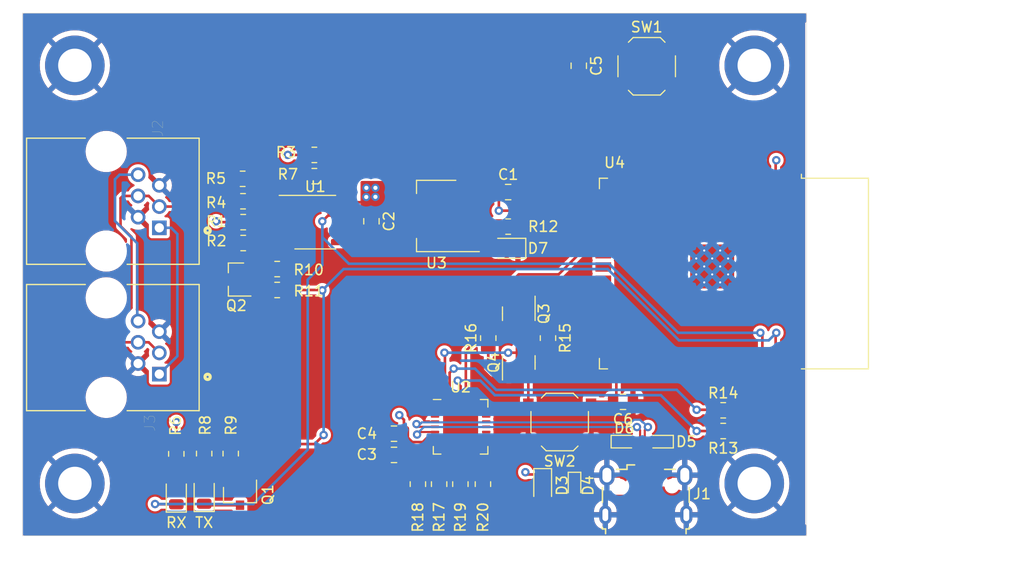
<source format=kicad_pcb>
(kicad_pcb (version 20221018) (generator pcbnew)
  (layers (0 "F.Cu" signal) (1 "In1.Cu" signal) (2 "In2.Cu" signal) (31 "B.Cu" signal) (34 "B.Paste" user) (35 "F.Paste" user) (36 "B.SilkS" user "B.Silkscreen") (37 "F.SilkS" user "F.Silkscreen") (38 "B.Mask" user) (39 "F.Mask" user) (44 "Edge.Cuts" user))
  (net 0 "")
  (net 1 "GND")
  (net 2 "+5V")
  (net 3 "+3.3V")
  (net 4 "Net-(J2-Pad1)")
  (net 5 "/LocoNet/loconet")
  (net 6 "Net-(J2-Pad6)")
  (net 7 "/LnRx")
  (net 8 "Net-(D1-A)")
  (net 9 "Net-(D2-K)")
  (net 10 "Net-(D2-A)")
  (net 11 "VBUS")
  (net 12 "/ESP32 Support HW/USB_DP")
  (net 13 "/ESP32 Support HW/USB_DN")
  (net 14 "Net-(D7-A)")
  (net 16 "Net-(Q1-B)")
  (net 17 "Net-(Q2-B)")
  (net 18 "Net-(Q2-E)")
  (net 19 "Net-(Q3-B)")
  (net 20 "/ESP32 Support HW/RTS")
  (net 21 "Net-(Q4-B)")
  (net 22 "/ESP32 Support HW/DTR")
  (net 23 "Net-(U1--)")
  (net 24 "Net-(U1-+)")
  (net 25 "/LnTx")
  (net 26 "/ESP32 Support HW/RX")
  (net 27 "/ESP32 Support HW/TX")
  (net 28 "Net-(U2-VBUS)")
  (net 29 "Net-(U2-~{RST})")
  (net 30 "Net-(U2-~{SUSPEND})")
  (net 77 "/EN")
  (net 78 "/Io0")
  (net 79 "/TX0")
  (net 80 "/RX0")
  (footprint "LED_SMD:LED_0805_2012Metric" (layer "F.Cu") (at 44.704 116.055 90)
    (fp_text reference "D1" hide)
    (fp_text value "LED")
  )
  (footprint "Connector_USB:USB_Micro-B_Wuerth_629105150521" (layer "F.Cu") (at 89.625 116.05)
    (fp_text reference "J1")
    (fp_text value "USB_B_Micro")
  )
  (footprint "LocoNetInterface:AMPHENOL_RJE0166001" (layer "F.Cu") (at 38 88 -90)
    (fp_text reference "J2")
    (fp_text value "RJ12")
  )
  (footprint "LocoNetInterface:AMPHENOL_RJE0166001" (layer "F.Cu") (at 38 102 -90)
    (fp_text reference "J3")
    (fp_text value "RJ12")
  )
  (footprint "Resistor_SMD:R_0805_2012Metric" (layer "F.Cu") (at 51.1048 89.9978)
    (fp_text reference "R1")
    (fp_text value "10K (5%)")
  )
  (footprint "Resistor_SMD:R_0805_2012Metric" (layer "F.Cu") (at 51.1048 91.9988 180)
    (fp_text reference "R2")
    (fp_text value "22K")
  )
  (footprint "Resistor_SMD:R_0805_2012Metric" (layer "F.Cu") (at 57.912 83.566 180)
    (fp_text reference "R3")
    (fp_text value "1K")
  )
  (footprint "Resistor_SMD:R_0805_2012Metric" (layer "F.Cu") (at 51.0875 88)
    (fp_text reference "R4")
    (fp_text value "47K")
  )
  (footprint "Resistor_SMD:R_0805_2012Metric" (layer "F.Cu") (at 51.054 85.852 180)
    (fp_text reference "R5")
    (fp_text value "150K")
  )
  (footprint "Resistor_SMD:R_0805_2012Metric" (layer "F.Cu") (at 44.704 112.1665 90)
    (fp_text reference "R6")
    (fp_text value "470")
  )
  (footprint "Resistor_SMD:R_0805_2012Metric" (layer "F.Cu") (at 57.9125 85.598 180)
    (fp_text reference "R7")
    (fp_text value "220K")
  )
  (footprint "Resistor_SMD:R_0805_2012Metric" (layer "F.Cu") (at 47.371 112.141 90)
    (fp_text reference "R8")
    (fp_text value "470")
  )
  (footprint "Resistor_SMD:R_0805_2012Metric" (layer "F.Cu") (at 49.911 112.141 -90)
    (fp_text reference "R9")
    (fp_text value "4.7K")
  )
  (footprint "Resistor_SMD:R_0805_2012Metric" (layer "F.Cu") (at 54.356 94.488 180)
    (fp_text reference "R10")
    (fp_text value "47")
  )
  (footprint "Resistor_SMD:R_0805_2012Metric" (layer "F.Cu") (at 54.356 96.488 180)
    (fp_text reference "R11")
    (fp_text value "4.7K")
  )
  (footprint "Button_Switch_SMD:SW_Push_1P1T_XKB_TS-1187A" (layer "F.Cu") (at 89.71 75.087)
    (fp_text reference "SW1")
    (fp_text value "SW_Push")
  )
  (footprint "Package_SO:SOIC-8_3.9x4.9mm_P1.27mm" (layer "F.Cu") (at 58 90)
    (fp_text reference "U1")
    (fp_text value "LM311")
  )
  (footprint "MountingHole:MountingHole_3.2mm_M3_ISO7380_Pad" (layer "F.Cu") (at 35 75)
    (fp_text reference "H1" hide)
    (fp_text value "MountingHole_Pad")
  )
  (footprint "MountingHole:MountingHole_3.2mm_M3_ISO7380_Pad" (layer "F.Cu") (at 35 115)
    (fp_text reference "H2" hide)
    (fp_text value "MountingHole_Pad")
  )
  (footprint "MountingHole:MountingHole_3.2mm_M3_ISO7380_Pad" (layer "F.Cu") (at 100 115)
    (fp_text reference "H3" hide)
    (fp_text value "MountingHole_Pad")
  )
  (footprint "MountingHole:MountingHole_3.2mm_M3_ISO7380_Pad" (layer "F.Cu") (at 100 75)
    (fp_text reference "H4" hide)
    (fp_text value "MountingHole_Pad")
  )
  (footprint "LED_SMD:LED_0805_2012Metric" (layer "F.Cu") (at 47.371 115.9995 90)
    (fp_text reference "D2" hide)
    (fp_text value "LED")
  )
  (footprint "Package_TO_SOT_SMD:SOT-23" (layer "F.Cu") (at 50.8 116.078 -90)
    (fp_text reference "Q1")
    (fp_text value "2N3904")
  )
  (footprint "Package_TO_SOT_SMD:SOT-23" (layer "F.Cu") (at 50.4435 95.488 180)
    (fp_text reference "Q2")
    (fp_text value "2N3904")
  )
  (footprint "Package_TO_SOT_SMD:SOT-223-3_TabPin2" (layer "F.Cu") (at 69.596 89.408 180)
    (fp_text reference "U3")
    (fp_text value "AMS1117-3.3")
  )
  (footprint "Resistor_SMD:R_0805_2012Metric" (layer "F.Cu") (at 76.454 90.424 180)
    (fp_text reference "R12")
    (fp_text value "2K 5%")
  )
  (footprint "Capacitor_SMD:C_0805_2012Metric" (layer "F.Cu") (at 76.454 87.122)
    (fp_text reference "C1")
    (fp_text value "22uf/10V/20%")
  )
  (footprint "Resistor_SMD:R_0805_2012Metric" (layer "F.Cu") (at 97.028 109.982 180)
    (fp_text reference "R13")
    (fp_text value "0 (5%)")
  )
  (footprint "Package_TO_SOT_SMD:SOT-23" (layer "F.Cu") (at 77.47 103.4265 90)
    (fp_text reference "Q4")
    (fp_text value "SS8050-G")
  )
  (footprint "Capacitor_SMD:C_0805_2012Metric" (layer "F.Cu") (at 83.21 75.037 -90)
    (fp_text reference "C5")
    (fp_text value "0.1uF/50V(10%)")
  )
  (footprint "Resistor_SMD:R_0805_2012Metric" (layer "F.Cu") (at 80.264 101.092 -90)
    (fp_text reference "R15")
    (fp_text value "10K (5%)")
  )
  (footprint "Resistor_SMD:R_0805_2012Metric" (layer "F.Cu") (at 69.85 115.062 -90)
    (fp_text reference "R17")
    (fp_text value "22K1 (5%)")
  )
  (footprint "Resistor_SMD:R_0805_2012Metric" (layer "F.Cu") (at 74.041 115.062 90)
    (fp_text reference "R20")
    (fp_text value "10K (5%)")
  )
  (footprint "Capacitor_SMD:C_0805_2012Metric" (layer "F.Cu") (at 63.373 89.916 -90)
    (fp_text reference "C2")
    (fp_text value "22uf/10V/20%")
  )
  (footprint "RF_Module:ESP32-WROOM-32" (layer "F.Cu") (at 95.065 94.9175 -90)
    (fp_text reference "U4")
    (fp_text value "ESP32-WROOM-32")
  )
  (footprint "Resistor_SMD:R_0805_2012Metric" (layer "F.Cu") (at 97.028 108)
    (fp_text reference "R14")
    (fp_text value "0 (5%)")
  )
  (footprint "Resistor_SMD:R_0805_2012Metric" (layer "F.Cu") (at 67.818 115.062 90)
    (fp_text reference "R18")
    (fp_text value "47K5 (5%)")
  )
  (footprint "Package_TO_SOT_SMD:SOT-23" (layer "F.Cu") (at 77.47 98.7575 -90)
    (fp_text reference "Q3")
    (fp_text value "SS8050-G")
  )
  (footprint "Package_DFN_QFN:QFN-28-1EP_5x5mm_P0.5mm_EP3.35x3.35mm" (layer "F.Cu") (at 71.905 109.578)
    (fp_text reference "U2")
    (fp_text value "CP2102N-A01-GQFN28")
  )
  (footprint "Diode_SMD:D_SOD-323" (layer "F.Cu") (at 79.756 115.189 -90)
    (fp_text reference "D3")
    (fp_text value "BAT760-7")
  )
  (footprint "Resistor_SMD:R_0805_2012Metric" (layer "F.Cu") (at 71.882 115.062 90)
    (fp_text reference "R19")
    (fp_text value "2K 5%")
  )
  (footprint "Capacitor_SMD:C_0805_2012Metric" (layer "F.Cu") (at 65.532 110.236)
    (fp_text reference "C4")
    (fp_text value " 0.1uF/50V(10%)")
  )
  (footprint "Resistor_SMD:R_0805_2012Metric" (layer "F.Cu") (at 74.549 101.092 90)
    (fp_text reference "R16")
    (fp_text value "10K (5%)")
  )
  (footprint "Capacitor_SMD:C_0805_2012Metric" (layer "F.Cu") (at 87.442 107.188 180)
    (fp_text reference "C6")
    (fp_text value "0.1uF/50V(10%)")
  )
  (footprint "Diode_SMD:D_SOD-523" (layer "F.Cu") (at 90.997 111 180)
    (fp_text reference "D5")
    (fp_text value "LESD5D5.0CT1G")
  )
  (footprint "Button_Switch_SMD:SW_Push_1P1T_XKB_TS-1187A" (layer "F.Cu") (at 81.384 109.12 180)
    (fp_text reference "SW2")
    (fp_text value "SW_Push")
  )
  (footprint "Diode_SMD:D_SOD-523" (layer "F.Cu") (at 87.565 110.998)
    (fp_text reference "D6")
    (fp_text value "LESD5D5.0CT1G")
  )
  (footprint "LED_SMD:LED_0805_2012Metric" (layer "F.Cu") (at 76.454 92.5068 180)
    (fp_text reference "D7")
    (fp_text value "Red")
  )
  (footprint "Capacitor_SMD:C_0805_2012Metric" (layer "F.Cu") (at 65.532 112.268)
    (fp_text reference "C3")
    (fp_text value "4.7uF/6.3V(10%)")
  )
  (footprint "Diode_SMD:D_SOD-523" (layer "F.Cu") (at 82.804 115.189 -90)
    (fp_text reference "D4")
    (fp_text value "LESD5D5.0CT1G")
  )
  (gr_line (start 30 70) (end 30 120) (stroke (width 0.05)) (layer "Edge.Cuts"))
  (gr_line (start 105 120) (end 105 70) (stroke (width 0.05)) (layer "Edge.Cuts"))
  (gr_line (start 30 120) (end 105 120) (stroke (width 0.05)) (layer "Edge.Cuts"))
  (gr_line (start 105 70) (end 30 70) (stroke (width 0.05)) (layer "Edge.Cuts"))
  (gr_text "RX" (at 44.704 118.745) (layer "F.SilkS") (effects (font (size 1 1))))
  (gr_text "TX" (at 47.371 118.745) (layer "F.SilkS") (effects (font (size 1 1))))
  (segment (start 78.325 114.139) (end 78.105 113.919) (width 0.25) (layer "F.Cu") (net 2))
  (segment (start 77.1144 88.9) (end 77.3665 89.1521) (width 0.25) (layer "F.Cu") (net 2))
  (segment (start 75.565 88.9) (end 77.1144 88.9) (width 0.25) (layer "F.Cu") (net 2))
  (segment (start 79.756 114.139) (end 78.325 114.139) (width 0.25) (layer "F.Cu") (net 2))
  (segment (start 75.504 87.122) (end 75.49 87.108) (width 0.25) (layer "F.Cu") (net 2))
  (segment (start 75.49 87.108) (end 72.746 87.108) (width 0.25) (layer "F.Cu") (net 2))
  (segment (start 75.565 87.183) (end 75.504 87.122) (width 0.25) (layer "F.Cu") (net 2))
  (segment (start 77.3665 89.1521) (end 77.3665 90.424) (width 0.25) (layer "F.Cu") (net 2))
  (segment (start 75.565 88.9) (end 75.565 87.183) (width 0.25) (layer "F.Cu") (net 2))
  (via (at 75.565 88.9) (size 0.8) (drill 0.4) (layers "F.Cu" "B.Cu") (net 2))
  (via (at 78.105 113.919) (size 0.8) (drill 0.4) (layers "F.Cu" "B.Cu") (net 2))
  (segment (start 44.704 111.254) (end 47.3455 111.254) (width 0.25) (layer "F.Cu") (net 3))
  (segment (start 50.1434 89.9978) (end 48.509 89.9978) (width 0.25) (layer "F.Cu") (net 3))
  (segment (start 56.9995 83.566) (end 55.372 83.566) (width 0.25) (layer "F.Cu") (net 3))
  (segment (start 69.008 111.078) (end 69.455 111.078) (width 0.25) (layer "F.Cu") (net 3))
  (segment (start 44.704 111.1175) (end 44.704 109.1175) (width 0.25) (layer "F.Cu") (net 3))
  (segment (start 68.283337 111.040663) (end 67.286663 111.040663) (width 0.25) (layer "F.Cu") (net 3))
  (segment (start 63.373 88.0872) (end 63.373 88.966) (width 0.25) (layer "F.Cu") (net 3))
  (segment (start 102.045 84.137) (end 102.108 84.074) (width 0.25) (layer "F.Cu") (net 3))
  (segment (start 66.446 89.408) (end 63.815 89.408) (width 0.25) (layer "F.Cu") (net 3))
  (segment (start 68.746 110.578) (end 68.283337 111.040663) (width 0.25) (layer "F.Cu") (net 3))
  (segment (start 62.8777 86.7283) (end 62.8904 86.7156) (width 0.25) (layer "F.Cu") (net 3))
  (segment (start 66.482 112.268) (end 67.818 112.268) (width 0.25) (layer "F.Cu") (net 3))
  (segment (start 63.815 89.408) (end 63.373 88.966) (width 0.25) (layer "F.Cu") (net 3))
  (segment (start 62.3746 88.095) (end 60.475 88.095) (width 0.25) (layer "F.Cu") (net 3))
  (segment (start 48.509 89.9978) (end 48.4824 89.9712) (width 0.25) (layer "F.Cu") (net 3))
  (segment (start 47.3455 111.254) (end 47.371 111.2285) (width 0.25) (layer "F.Cu") (net 3))
  (segment (start 62.8777 87.5919) (end 62.3746 88.095) (width 0.25) (layer "F.Cu") (net 3))
  (segment (start 102.045 86.1675) (end 102.045 84.137) (width 0.25) (layer "F.Cu") (net 3))
  (segment (start 69.455 110.578) (end 68.746 110.578) (width 0.25) (layer "F.Cu") (net 3))
  (segment (start 67.818 112.268) (end 69.008 111.078) (width 0.25) (layer "F.Cu") (net 3))
  (segment (start 66.482 108.9) (end 66.04 108.458) (width 0.25) (layer "F.Cu") (net 3))
  (segment (start 62.8777 87.5919) (end 63.373 88.0872) (width 0.25) (layer "F.Cu") (net 3))
  (segment (start 67.286663 111.040663) (end 66.482 110.236) (width 0.25) (layer "F.Cu") (net 3))
  (segment (start 72.746 89.408) (end 66.446 89.408) (width 0.25) (layer "F.Cu") (net 3))
  (segment (start 66.482 110.236) (end 66.482 108.9) (width 0.25) (layer "F.Cu") (net 3))
  (via (at 48.514 89.916) (size 0.8) (drill 0.4) (layers "F.Cu" "B.Cu") (net 3))
  (via (at 44.704 109.1175) (size 0.8) (drill 0.4) (layers "F.Cu" "B.Cu") (net 3))
  (via (at 63.754 86.7156) (size 0.8) (drill 0.4) (layers "F.Cu" "B.Cu") (net 3))
  (via (at 62.8904 86.7156) (size 0.8) (drill 0.4) (layers "F.Cu" "B.Cu") (net 3))
  (via (at 102.108 84.074) (size 0.8) (drill 0.4) (layers "F.Cu" "B.Cu") (net 3))
  (via (at 62.8777 87.5919) (size 0.8) (drill 0.4) (layers "F.Cu" "B.Cu") (net 3))
  (via (at 55.372 83.566) (size 0.8) (drill 0.4) (layers "F.Cu" "B.Cu") (net 3))
  (via (at 63.754 87.5792) (size 0.8) (drill 0.4) (layers "F.Cu" "B.Cu") (net 3))
  (via (at 66.04 108.458) (size 0.8) (drill 0.4) (layers "F.Cu" "B.Cu") (net 3))
  (segment (start 44.2104 90.54) (end 44.8056 91.1352) (width 0.25) (layer "B.Cu") (net 4))
  (segment (start 44.8056 102.8144) (end 43.08 104.54) (width 0.25) (layer "B.Cu") (net 4))
  (segment (start 44.8056 91.1352) (end 44.8056 102.8144) (width 0.25) (layer "B.Cu") (net 4))
  (segment (start 43.08 90.54) (end 44.2104 90.54) (width 0.25) (layer "B.Cu") (net 4))
  (segment (start 41.048 101.492) (end 42.064 101.492) (width 0.25) (layer "F.Cu") (net 5))
  (segment (start 39.5842 87.492) (end 39.37 87.7062) (width 0.25) (layer "F.Cu") (net 5))
  (segment (start 47.26 95.488) (end 49.4435 95.488) (width 0.25) (layer "F.Cu") (net 5))
  (segment (start 39.37 87.7062) (end 39.37 90.3732) (width 0.25) (layer "F.Cu") (net 5))
  (segment (start 46.492 88.508) (end 47 88) (width 0.25) (layer "F.Cu") (net 5))
  (segment (start 45.72 88.508) (end 46.228 89.016) (width 0.25) (layer "F.Cu") (net 5))
  (segment (start 41.048 87.492) (end 42.064 87.492) (width 0.25) (layer "F.Cu") (net 5))
  (segment (start 42.064 101.492) (end 43.08 102.508) (width 0.25) (layer "F.Cu") (net 5))
  (segment (start 46.228 89.016) (end 46.228 94.488) (width 0.25) (layer "F.Cu") (net 5))
  (segment (start 39.4652 101.492) (end 41.048 101.492) (width 0.25) (layer "F.Cu") (net 5))
  (segment (start 39.37 90.3732) (end 40.4114 91.4146) (width 0.25) (layer "F.Cu") (net 5))
  (segment (start 39.0652 101.092) (end 39.4652 101.492) (width 0.25) (layer "F.Cu") (net 5))
  (segment (start 46.228 94.488) (end 47.244 95.504) (width 0.25) (layer "F.Cu") (net 5))
  (segment (start 47.244 95.504) (end 47.26 95.488) (width 0.25) (layer "F.Cu") (net 5))
  (segment (start 40.4114 98.1964) (end 39.0652 99.5426) (width 0.25) (layer "F.Cu") (net 5))
  (segment (start 41.048 87.492) (end 39.5842 87.492) (width 0.25) (layer "F.Cu") (net 5))
  (segment (start 42.064 87.492) (end 43.08 88.508) (width 0.25) (layer "F.Cu") (net 5))
  (segment (start 45.72 88.508) (end 46.492 88.508) (width 0.25) (layer "F.Cu") (net 5))
  (segment (start 39.0652 99.5426) (end 39.0652 101.092) (width 0.25) (layer "F.Cu") (net 5))
  (segment (start 40.4114 91.4146) (end 40.4114 98.1964) (width 0.25) (layer "F.Cu") (net 5))
  (segment (start 43.08 88.508) (end 45.72 88.508) (width 0.25) (layer "F.Cu") (net 5))
  (segment (start 47 88) (end 50.175 88) (width 0.25) (layer "F.Cu") (net 5))
  (segment (start 40.9702 92.0242) (end 40.9702 99.3802) (width 0.25) (layer "B.Cu") (net 6))
  (segment (start 38.8366 85.9028) (end 38.8366 89.8906) (width 0.25) (layer "B.Cu") (net 6))
  (segment (start 40.9702 99.3802) (end 41.05 99.46) (width 0.25) (layer "B.Cu") (net 6))
  (segment (start 39.2794 85.46) (end 38.8366 85.9028) (width 0.25) (layer "B.Cu") (net 6))
  (segment (start 41.05 85.46) (end 39.2794 85.46) (width 0.25) (layer "B.Cu") (net 6))
  (segment (start 38.8366 89.8906) (end 40.9702 92.0242) (width 0.25) (layer "B.Cu") (net 6))
  (segment (start 59.5 89.365) (end 60.475 89.365) (width 0.25) (layer "F.Cu") (net 7))
  (segment (start 100.775 100.775) (end 100.775 103.6675) (width 0.25) (layer "F.Cu") (net 7))
  (segment (start 60.475 89.365) (end 59.225 89.365) (width 0.25) (layer "F.Cu") (net 7))
  (segment (start 59.225 89.365) (end 58.674 89.916) (width 0.25) (layer "F.Cu") (net 7))
  (segment (start 58.825 88.69) (end 58.825 85.598) (width 0.25) (layer "F.Cu") (net 7))
  (segment (start 44.704 116.9925) (end 42.6975 116.9925) (width 0.25) (layer "F.Cu") (net 7))
  (segment (start 42.6975 116.9925) (end 42.672 116.967) (width 0.25) (layer "F.Cu") (net 7))
  (segment (start 100.584 100.584) (end 100.775 100.775) (width 0.25) (layer "F.Cu") (net 7))
  (segment (start 58.825 88.69) (end 59.5 89.365) (width 0.25) (layer "F.Cu") (net 7))
  (segment (start 58.8245 85.5975) (end 58.825 85.598) (width 0.25) (layer "F.Cu") (net 7))
  (segment (start 58.8245 83.566) (end 58.8245 85.5975) (width 0.25) (layer "F.Cu") (net 7))
  (via (at 100.584 100.584) (size 0.8) (drill 0.4) (layers "F.Cu" "B.Cu") (net 7))
  (via (at 58.674 89.916) (size 0.8) (drill 0.4) (layers "F.Cu" "B.Cu") (net 7))
  (via (at 42.672 116.967) (size 0.8) (drill 0.4) (layers "F.Cu" "B.Cu") (net 7))
  (segment (start 58.674 89.916) (end 58.674 91.44) (width 0.25) (layer "B.Cu") (net 7))
  (segment (start 86.106 93.98) (end 92.71 100.584) (width 0.25) (layer "B.Cu") (net 7))
  (segment (start 58.674 94.107) (end 58.674 89.916) (width 0.25) (layer "B.Cu") (net 7))
  (segment (start 57.277 111.76) (end 57.277 95.504) (width 0.25) (layer "B.Cu") (net 7))
  (segment (start 61.214 93.98) (end 86.106 93.98) (width 0.25) (layer "B.Cu") (net 7))
  (segment (start 42.672 116.967) (end 52.07 116.967) (width 0.25) (layer "B.Cu") (net 7))
  (segment (start 58.674 91.44) (end 61.214 93.98) (width 0.25) (layer "B.Cu") (net 7))
  (segment (start 92.71 100.584) (end 100.584 100.584) (width 0.25) (layer "B.Cu") (net 7))
  (segment (start 57.277 95.504) (end 58.674 94.107) (width 0.25) (layer "B.Cu") (net 7))
  (segment (start 52.07 116.967) (end 57.277 111.76) (width 0.25) (layer "B.Cu") (net 7))
  (segment (start 44.704 112.9425) (end 44.704 115.1175) (width 0.25) (layer "F.Cu") (net 8))
  (segment (start 47.371 116.937) (end 47.512 117.078) (width 0.25) (layer "F.Cu") (net 9))
  (segment (start 47.512 117.078) (end 50.8 117.078) (width 0.25) (layer "F.Cu") (net 9))
  (segment (start 47.371 112.887) (end 47.371 115.062) (width 0.25) (layer "F.Cu") (net 10))
  (segment (start 84.328 116.205) (end 87.757 116.205) (width 0.25) (layer "F.Cu") (net 11))
  (segment (start 82.804 117.729) (end 84.328 116.205) (width 0.25) (layer "F.Cu") (net 11))
  (segment (start 82.804 117.729) (end 81.788 118.745) (width 0.25) (layer "F.Cu") (net 11))
  (segment (start 70.231 118.745) (end 78.74 118.745) (width 0.25) (layer "F.Cu") (net 11))
  (segment (start 69.85 118.364) (end 70.231 118.745) (width 0.25) (layer "F.Cu") (net 11))
  (segment (start 78.74 118.745) (end 81.788 118.745) (width 0.25) (layer "F.Cu") (net 11))
  (segment (start 88.325 115.637) (end 88.325 114.15) (width 0.25) (layer "F.Cu") (net 11))
  (segment (start 69.85 115.9745) (end 69.85 118.364) (width 0.25) (layer "F.Cu") (net 11))
  (segment (start 79.756 116.239) (end 79.756 117.729) (width 0.25) (layer "F.Cu") (net 11))
  (segment (start 82.804 117.729) (end 82.804 115.889) (width 0.25) (layer "F.Cu") (net 11))
  (segment (start 87.757 116.205) (end 88.325 115.637) (width 0.25) (layer "F.Cu") (net 11))
  (segment (start 79.756 117.729) (end 78.74 118.745) (width 0.25) (layer "F.Cu") (net 11))
  (segment (start 89.625 114.15) (end 89.625 113.174999) (width 0.2) (layer "F.Cu") (net 12))
  (segment (start 89.904001 111) (end 89.525001 111.379) (width 0.2) (layer "F.Cu") (net 12))
  (segment (start 89.625 113.174999) (end 89.525 113.074999) (width 0.2) (layer "F.Cu") (net 12))
  (segment (start 89.525001 111.379) (end 89.525001 109.900999) (width 0.2) (layer "F.Cu") (net 12))
  (segment (start 89.525001 109.900999) (end 89.825 109.601) (width 0.2) (layer "F.Cu") (net 12))
  (segment (start 90.297 111) (end 89.904001 111) (width 0.2) (layer "F.Cu") (net 12))
  (segment (start 67.684279 109.317676) (end 67.944603 109.578) (width 0.2) (layer "F.Cu") (net 12))
  (segment (start 67.944603 109.578) (end 69.455 109.578) (width 0.2) (layer "F.Cu") (net 12))
  (segment (start 89.525 113.074999) (end 89.525001 111.379) (width 0.2) (layer "F.Cu") (net 12))
  (via (at 89.825 109.601) (size 0.8) (drill 0.4) (layers "F.Cu" "B.Cu") (net 12))
  (via (at 67.684279 109.317676) (size 0.8) (drill 0.4) (layers "F.Cu" "B.Cu") (net 12))
  (segment (start 89.375 109.151) (end 89.825 109.601) (width 0.2) (layer "B.Cu") (net 12))
  (segment (start 88.48505 108.901) (end 89.06495 108.901) (width 0.2) (layer "B.Cu") (net 12))
  (segment (start 68.203801 109.151) (end 88.23505 109.151) (width 0.2) (layer "B.Cu") (net 12))
  (segment (start 89.31495 109.151) (end 89.375 109.151) (width 0.2) (layer "B.Cu") (net 12))
  (segment (start 89.06495 108.901) (end 89.31495 109.151) (width 0.2) (layer "B.Cu") (net 12))
  (segment (start 88.23505 109.151) (end 88.48505 108.901) (width 0.2) (layer "B.Cu") (net 12))
  (segment (start 67.684279 109.317676) (end 68.037125 109.317676) (width 0.2) (layer "B.Cu") (net 12))
  (segment (start 68.037125 109.317676) (end 68.203801 109.151) (width 0.2) (layer "B.Cu") (net 12))
  (segment (start 88.693999 110.998) (end 89.074999 111.379) (width 0.2) (layer "F.Cu") (net 13))
  (segment (start 88.975 114.15) (end 88.975 113.174999) (width 0.2) (layer "F.Cu") (net 13))
  (segment (start 67.976959 110.078) (end 69.455 110.078) (width 0.2) (layer "F.Cu") (net 13))
  (segment (start 67.739296 110.315663) (end 67.976959 110.078) (width 0.2) (layer "F.Cu") (net 13))
  (segment (start 89.074999 111.379) (end 89.074999 109.900999) (width 0.2) (layer "F.Cu") (net 13))
  (segment (start 88.975 113.174999) (end 89.075 113.074999) (width 0.2) (layer "F.Cu") (net 13))
  (segment (start 89.074999 109.900999) (end 88.775 109.601) (width 0.2) (layer "F.Cu") (net 13))
  (segment (start 89.075 113.074999) (end 89.074999 111.379) (width 0.2) (layer "F.Cu") (net 13))
  (segment (start 88.265 110.998) (end 88.693999 110.998) (width 0.2) (layer "F.Cu") (net 13))
  (via (at 88.775 109.601) (size 0.8) (drill 0.4) (layers "F.Cu" "B.Cu") (net 13))
  (via (at 67.739296 110.315663) (size 0.8) (drill 0.4) (layers "F.Cu" "B.Cu") (net 13))
  (segment (start 67.739296 110.315663) (end 67.739296 110.251903) (width 0.2) (layer "B.Cu") (net 13))
  (segment (start 67.739296 110.251903) (end 68.390199 109.601) (width 0.2) (layer "B.Cu") (net 13))
  (segment (start 68.390199 109.601) (end 88.775 109.601) (width 0.2) (layer "B.Cu") (net 13))
  (segment (start 75.5415 90.424) (end 75.5415 92.4818) (width 0.25) (layer "F.Cu") (net 14))
  (segment (start 75.5415 92.4818) (end 75.5165 92.5068) (width 0.25) (layer "F.Cu") (net 14))
  (segment (start 51.75 113.599) (end 51.2045 113.0535) (width 0.25) (layer "F.Cu") (net 16))
  (segment (start 51.75 115.078) (end 51.75 113.599) (width 0.25) (layer "F.Cu") (net 16))
  (segment (start 51.2045 113.0535) (end 49.911 113.0535) (width 0.25) (layer "F.Cu") (net 16))
  (segment (start 51.4435 96.438) (end 53.3935 96.438) (width 0.25) (layer "F.Cu") (net 17))
  (segment (start 53.3935 96.438) (end 53.4435 96.488) (width 0.25) (layer "F.Cu") (net 17))
  (segment (start 53.4435 94.488) (end 51.4935 94.488) (width 0.25) (layer "F.Cu") (net 18))
  (segment (start 51.4935 94.488) (end 51.4435 94.538) (width 0.25) (layer "F.Cu") (net 18))
  (segment (start 80.264 98.806) (end 80.264 100.1795) (width 0.25) (layer "F.Cu") (net 19))
  (segment (start 78.42 97.82) (end 79.278 97.82) (width 0.25) (layer "F.Cu") (net 19))
  (segment (start 79.278 97.82) (end 80.264 98.806) (width 0.25) (layer "F.Cu") (net 19))
  (segment (start 76.073 99.695) (end 77.47 99.695) (width 0.25) (layer "F.Cu") (net 20))
  (segment (start 74.549 100.1795) (end 75.5885 100.1795) (width 0.25) (layer "F.Cu") (net 20))
  (segment (start 75.5885 100.1795) (end 76.073 99.695) (width 0.25) (layer "F.Cu") (net 20))
  (segment (start 72.405 107.128) (end 72.405 102.3235) (width 0.25) (layer "F.Cu") (net 20))
  (segment (start 72.405 102.3235) (end 74.549 100.1795) (width 0.25) (layer "F.Cu") (net 20))
  (segment (start 74.549 103.886) (end 74.549 102.0045) (width 0.25) (layer "F.Cu") (net 21))
  (segment (start 75.027 104.364) (end 74.549 103.886) (width 0.25) (layer "F.Cu") (net 21))
  (segment (start 76.52 104.364) (end 75.027 104.364) (width 0.25) (layer "F.Cu") (net 21))
  (segment (start 70.405 107.128) (end 70.405 102.536) (width 0.25) (layer "F.Cu") (net 22))
  (segment (start 76.454 102.489) (end 77.47 102.489) (width 0.25) (layer "F.Cu") (net 22))
  (segment (start 78.232 102.489) (end 77.47 102.489) (width 0.25) (layer "F.Cu") (net 22))
  (segment (start 78.7165 102.0045) (end 78.232 102.489) (width 0.25) (layer "F.Cu") (net 22))
  (segment (start 70.405 102.536) (end 70.358 102.489) (width 0.25) (layer "F.Cu") (net 22))
  (segment (start 80.264 102.0045) (end 78.7165 102.0045) (width 0.25) (layer "F.Cu") (net 22))
  (via (at 70.358 102.489) (size 0.8) (drill 0.4) (layers "F.Cu" "B.Cu") (net 22))
  (via (at 76.454 102.489) (size 0.8) (drill 0.4) (layers "F.Cu" "B.Cu") (net 22))
  (segment (start 70.358 102.489) (end 76.454 102.489) (width 0.25) (layer "B.Cu") (net 22))
  (segment (start 51.9684 89.9978) (end 51.9684 92.171) (width 0.25) (layer "F.Cu") (net 23))
  (segment (start 53.805 90.635) (end 53.1678 89.9978) (width 0.25) (layer "F.Cu") (net 23))
  (segment (start 53.1678 89.9978) (end 52.0173 89.9978) (width 0.25) (layer "F.Cu") (net 23))
  (segment (start 55.525 90.635) (end 53.805 90.635) (width 0.25) (layer "F.Cu") (net 23))
  (segment (start 51.9665 87.9665) (end 52 88) (width 0.25) (layer "F.Cu") (net 24))
  (segment (start 53 88) (end 54.365 89.365) (width 0.25) (layer "F.Cu") (net 24))
  (segment (start 57 89.05) (end 57 85.598) (width 0.25) (layer "F.Cu") (net 24))
  (segment (start 51.9665 85.852) (end 51.9665 87.9665) (width 0.25) (layer "F.Cu") (net 24))
  (segment (start 55.525 89.365) (end 56.685 89.365) (width 0.25) (layer "F.Cu") (net 24))
  (segment (start 52 88) (end 53 88) (width 0.25) (layer "F.Cu") (net 24))
  (segment (start 54.365 89.365) (end 55.525 89.365) (width 0.25) (layer "F.Cu") (net 24))
  (segment (start 56.685 89.365) (end 57 89.05) (width 0.25) (layer "F.Cu") (net 24))
  (segment (start 102.045 100.647) (end 102.045 103.6675) (width 0.25) (layer "F.Cu") (net 25))
  (segment (start 102.108 100.584) (end 102.045 100.647) (width 0.25) (layer "F.Cu") (net 25))
  (segment (start 49.911 111.2285) (end 57.9355 111.2285) (width 0.25) (layer "F.Cu") (net 25))
  (segment (start 58.642 96.488) (end 58.674 96.52) (width 0.25) (layer "F.Cu") (net 25))
  (segment (start 57.9355 111.2285) (end 58.801 110.363) (width 0.25) (layer "F.Cu") (net 25))
  (segment (start 55.2685 96.488) (end 58.642 96.488) (width 0.25) (layer "F.Cu") (net 25))
  (via (at 102.108 100.584) (size 0.8) (drill 0.4) (layers "F.Cu" "B.Cu") (net 25))
  (via (at 58.801 110.363) (size 0.8) (drill 0.4) (layers "F.Cu" "B.Cu") (net 25))
  (via (at 58.674 96.52) (size 0.8) (drill 0.4) (layers "F.Cu" "B.Cu") (net 25))
  (segment (start 58.801 110.363) (end 58.801 96.647) (width 0.25) (layer "B.Cu") (net 25))
  (segment (start 85.977604 94.488) (end 92.798604 101.309) (width 0.25) (layer "B.Cu") (net 25))
  (segment (start 101.383 101.309) (end 102.108 100.584) (width 0.25) (layer "B.Cu") (net 25))
  (segment (start 58.801 96.647) (end 58.674 96.52) (width 0.25) (layer "B.Cu") (net 25))
  (segment (start 92.798604 101.309) (end 101.383 101.309) (width 0.25) (layer "B.Cu") (net 25))
  (segment (start 60.706 94.488) (end 85.977604 94.488) (width 0.25) (layer "B.Cu") (net 25))
  (segment (start 58.674 96.52) (end 60.706 94.488) (width 0.25) (layer "B.Cu") (net 25))
  (segment (start 71.755 105.537) (end 71.905 105.687) (width 0.25) (layer "F.Cu") (net 26))
  (segment (start 71.628 105.156) (end 71.755 105.537) (width 0.25) (layer "F.Cu") (net 26))
  (segment (start 71.905 105.687) (end 71.905 107.128) (width 0.25) (layer "F.Cu") (net 26))
  (segment (start 96.1155 109.982) (end 94.488 109.982) (width 0.25) (layer "F.Cu") (net 26))
  (via (at 71.628 105.156) (size 0.8) (drill 0.4) (layers "F.Cu" "B.Cu") (net 26))
  (via (at 94.488 109.982) (size 0.8) (drill 0.4) (layers "F.Cu" "B.Cu") (net 26))
  (segment (start 75.182604 106.553) (end 91.059 106.553) (width 0.25) (layer "B.Cu") (net 26))
  (segment (start 73.785604 105.156) (end 75.182604 106.553) (width 0.25) (layer "B.Cu") (net 26))
  (segment (start 71.628 105.156) (end 73.785604 105.156) (width 0.25) (layer "B.Cu") (net 26))
  (segment (start 94.488 109.982) (end 91.059 106.553) (width 0.25) (layer "B.Cu") (net 26))
  (segment (start 94.488 107.95) (end 96.0655 107.95) (width 0.25) (layer "F.Cu") (net 27))
  (segment (start 71.247 104.013) (end 70.855 104.405) (width 0.25) (layer "F.Cu") (net 27))
  (segment (start 71.405 106.679992) (end 71.405 107.128) (width 0.25) (layer "F.Cu") (net 27))
  (segment (start 70.855 104.405) (end 70.855 106.129992) (width 0.25) (layer "F.Cu") (net 27))
  (segment (start 70.855 106.129992) (end 71.405 106.679992) (width 0.25) (layer "F.Cu") (net 27))
  (segment (start 96.0655 107.95) (end 96.1155 108) (width 0.25) (layer "F.Cu") (net 27))
  (via (at 71.247 104.013) (size 0.8) (drill 0.4) (layers "F.Cu" "B.Cu") (net 27))
  (via (at 94.488 107.95) (size 0.8) (drill 0.4) (layers "F.Cu" "B.Cu") (net 27))
  (segment (start 71.247 104.013) (end 73.279 104.013) (width 0.25) (layer "B.Cu") (net 27))
  (segment (start 73.279 104.013) (end 75.311 106.045) (width 0.25) (layer "B.Cu") (net 27))
  (segment (start 75.311 106.045) (end 92.583 106.045) (width 0.25) (layer "B.Cu") (net 27))
  (segment (start 92.583 106.045) (end 94.488 107.95) (width 0.25) (layer "B.Cu") (net 27))
  (segment (start 67.818 114.1495) (end 69.85 114.1495) (width 0.25) (layer "F.Cu") (net 28))
  (segment (start 69.85 114.1495) (end 69.85 112.583) (width 0.25) (layer "F.Cu") (net 28))
  (segment (start 69.85 112.583) (end 70.405 112.028) (width 0.25) (layer "F.Cu") (net 28))
  (segment (start 70.905 112.561) (end 71.882 113.538) (width 0.25) (layer "F.Cu") (net 29))
  (segment (start 71.882 113.538) (end 71.882 114.1495) (width 0.25) (layer "F.Cu") (net 29))
  (segment (start 70.905 112.028) (end 70.905 112.561) (width 0.25) (layer "F.Cu") (net 29))
  (segment (start 72.358992 113.03) (end 73.787 113.03) (width 0.25) (layer "F.Cu") (net 30))
  (segment (start 71.905 112.576008) (end 72.358992 113.03) (width 0.25) (layer "F.Cu") (net 30))
  (segment (start 73.787 113.03) (end 74.041 113.284) (width 0.25) (layer "F.Cu") (net 30))
  (segment (start 74.041 113.284) (end 74.041 114.1495) (width 0.25) (layer "F.Cu") (net 30))
  (segment (start 71.905 112.028) (end 71.905 112.576008) (width 0.25) (layer "F.Cu") (net 30))
  (segment (start 76.52 95.946) (end 77.47 94.996) (width 0.25) (layer "F.Cu") (net 77))
  (segment (start 84.369 75.987) (end 85.344 76.962) (width 0.25) (layer "F.Cu") (net 77))
  (segment (start 83.21 75.987) (end 84.369 75.987) (width 0.25) (layer "F.Cu") (net 77))
  (segment (start 77.47 94.996) (end 81.28 94.996) (width 0.25) (layer "F.Cu") (net 77))
  (segment (start 81.28 94.996) (end 83.21 93.066) (width 0.25) (layer "F.Cu") (net 77))
  (segment (start 100.775 79.057) (end 100.775 86.1675) (width 0.25) (layer "F.Cu") (net 77))
  (segment (start 97.282 78.486) (end 100.33 78.486) (width 0.25) (layer "F.Cu") (net 77))
  (segment (start 100.33 78.486) (end 100.838 78.994) (width 0.25) (layer "F.Cu") (net 77))
  (segment (start 85.344 76.962) (end 86.71 76.962) (width 0.25) (layer "F.Cu") (net 77))
  (segment (start 92.71 76.962) (end 95.758 76.962) (width 0.25) (layer "F.Cu") (net 77))
  (segment (start 83.21 93.066) (end 83.21 75.987) (width 0.25) (layer "F.Cu") (net 77))
  (segment (start 76.52 97.82) (end 76.52 95.946) (width 0.25) (layer "F.Cu") (net 77))
  (segment (start 100.838 78.994) (end 100.775 79.057) (width 0.25) (layer "F.Cu") (net 77))
  (segment (start 86.71 76.962) (end 92.71 76.962) (width 0.25) (layer "F.Cu") (net 77))
  (segment (start 95.758 76.962) (end 97.282 78.486) (width 0.25) (layer "F.Cu") (net 77))
  (segment (start 78.384 104.4) (end 78.384 107.245) (width 0.25) (layer "F.Cu") (net 78))
  (segment (start 86.805 103.6675) (end 86.805 106.875) (width 0.25) (layer "F.Cu") (net 78))
  (segment (start 84.441 107.188) (end 84.384 107.245) (width 0.25) (layer "F.Cu") (net 78))
  (segment (start 78.42 104.364) (end 78.384 104.4) (width 0.25) (layer "F.Cu") (net 78))
  (segment (start 78.42 104.364) (end 82.072 104.364) (width 0.25) (layer "F.Cu") (net 78))
  (segment (start 86.805 106.875) (end 86.492 107.188) (width 0.25) (layer "F.Cu") (net 78))
  (segment (start 82.8395 103.6675) (end 86.805 103.6675) (width 0.25) (layer "F.Cu") (net 78))
  (segment (start 86.492 107.188) (end 84.441 107.188) (width 0.25) (layer "F.Cu") (net 78))
  (segment (start 82.072 104.364) (end 82.804 103.632) (width 0.25) (layer "F.Cu") (net 78))
  (segment (start 82.804 103.632) (end 82.8395 103.6675) (width 0.25) (layer "F.Cu") (net 78))
  (segment (start 99.505 108.4175) (end 97.9405 109.982) (width 0.25) (layer "F.Cu") (net 79))
  (segment (start 99.505 103.6675) (end 99.505 108.4175) (width 0.25) (layer "F.Cu") (net 79))
  (segment (start 98.235 103.6675) (end 98.235 107.7055) (width 0.25) (layer "F.Cu") (net 80))
  (segment (start 98.235 107.7055) (end 97.9405 108) (width 0.25) (layer "F.Cu") (net 80))
  (zone (net 3) (net_name "+3.3V") (layer "F.Cu") (priority 1) (connect_pads yes (clearance 0.508)) (min_thickness 0.25) (fill yes (thermal_gap 0.5) (thermal_bridge_width 0.5))
    (polygon (pts (xy 62.3316 88.1888) (xy 62.3316 89.408) (xy 62.6872 89.7636) (xy 64.7192 89.7636) (xy 64.7192 91.948) (xy 69.1388 91.948) (xy 69.1388 86.0552) (xy 62.3316 86.0552)))
  )
  (zone (net 1) (net_name "GND") (layer "F.Cu") (connect_pads (clearance 0.3)) (min_thickness 0.2) (fill yes (thermal_gap 0.508) (thermal_bridge_width 0.508))
    (polygon (pts (xy 105 120) (xy 30 120) (xy 30 70) (xy 105 70)))
  )
  (zone (net 1) (net_name "GND") (layer "B.Cu") (connect_pads (clearance 0.508)) (min_thickness 0.254) (fill yes (thermal_gap 0.508) (thermal_bridge_width 0.508))
    (polygon (pts (xy 105 120) (xy 30 120) (xy 30 70) (xy 105 70)))
  )
)
</source>
